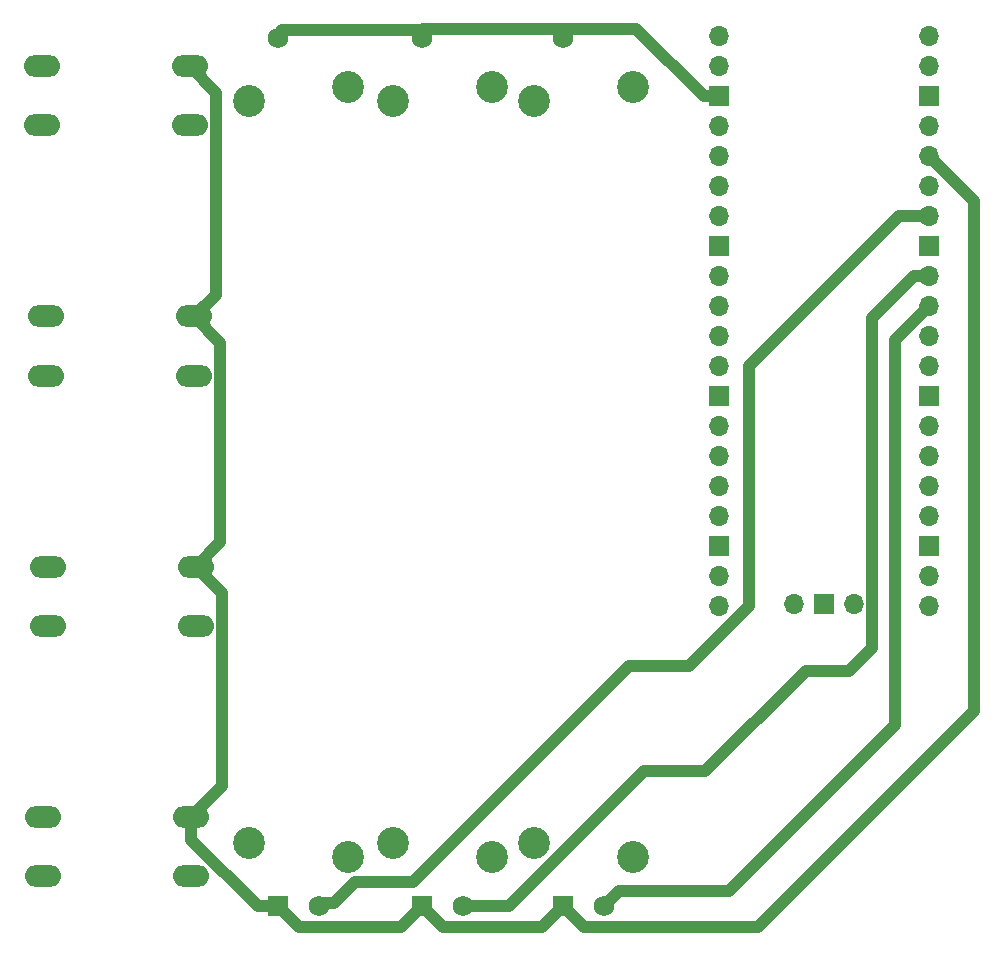
<source format=gbl>
%TF.GenerationSoftware,KiCad,Pcbnew,(6.0.0)*%
%TF.CreationDate,2023-01-12T10:54:33-06:00*%
%TF.ProjectId,deej,6465656a-2e6b-4696-9361-645f70636258,rev?*%
%TF.SameCoordinates,Original*%
%TF.FileFunction,Copper,L2,Bot*%
%TF.FilePolarity,Positive*%
%FSLAX46Y46*%
G04 Gerber Fmt 4.6, Leading zero omitted, Abs format (unit mm)*
G04 Created by KiCad (PCBNEW (6.0.0)) date 2023-01-12 10:54:33*
%MOMM*%
%LPD*%
G01*
G04 APERTURE LIST*
%TA.AperFunction,ComponentPad*%
%ADD10O,3.048000X1.850000*%
%TD*%
%TA.AperFunction,ComponentPad*%
%ADD11R,1.750000X1.750000*%
%TD*%
%TA.AperFunction,ComponentPad*%
%ADD12C,1.750000*%
%TD*%
%TA.AperFunction,ComponentPad*%
%ADD13C,2.700000*%
%TD*%
%TA.AperFunction,ComponentPad*%
%ADD14O,1.700000X1.700000*%
%TD*%
%TA.AperFunction,ComponentPad*%
%ADD15R,1.700000X1.700000*%
%TD*%
%TA.AperFunction,Conductor*%
%ADD16C,1.000000*%
%TD*%
G04 APERTURE END LIST*
D10*
%TO.P,SW2,1,1*%
%TO.N,Net-(RV1-Pad1)*%
X101637000Y-63090000D03*
X89137000Y-63090000D03*
%TO.P,SW2,2,2*%
%TO.N,Net-(SW2-Pad2)*%
X89137000Y-68090000D03*
X101637000Y-68090000D03*
%TD*%
%TO.P,SW4,1,1*%
%TO.N,Net-(RV1-Pad1)*%
X101383000Y-105450000D03*
X88883000Y-105450000D03*
%TO.P,SW4,2,2*%
%TO.N,Net-(SW4-Pad2)*%
X101383000Y-110450000D03*
X88883000Y-110450000D03*
%TD*%
D11*
%TO.P,RV1,1,1*%
%TO.N,Net-(RV1-Pad1)*%
X132870000Y-113030000D03*
D12*
%TO.P,RV1,2,2*%
%TO.N,Net-(RV1-Pad2)*%
X136370000Y-113030000D03*
%TO.P,RV1,3,3*%
%TO.N,Net-(RV1-Pad3)*%
X132870000Y-39530000D03*
D13*
%TO.P,RV1,MP*%
%TO.N,N/C*%
X138820000Y-43680000D03*
X130420000Y-44880000D03*
X130420000Y-107680000D03*
X138820000Y-108880000D03*
%TD*%
D10*
%TO.P,SW1,1,1*%
%TO.N,Net-(RV1-Pad1)*%
X88756000Y-41910000D03*
X101256000Y-41910000D03*
%TO.P,SW1,2,2*%
%TO.N,Net-(SW1-Pad2)*%
X88756000Y-46910000D03*
X101256000Y-46910000D03*
%TD*%
D14*
%TO.P,U1,1,GPIO0*%
%TO.N,Net-(SW1-Pad2)*%
X146050000Y-39370000D03*
%TO.P,U1,2,GPIO1*%
%TO.N,Net-(SW2-Pad2)*%
X146050000Y-41910000D03*
D15*
%TO.P,U1,3,GND*%
%TO.N,Net-(RV1-Pad3)*%
X146050000Y-44450000D03*
D14*
%TO.P,U1,4,GPIO2*%
%TO.N,Net-(SW3-Pad2)*%
X146050000Y-46990000D03*
%TO.P,U1,5,GPIO3*%
%TO.N,Net-(SW4-Pad2)*%
X146050000Y-49530000D03*
%TO.P,U1,6,GPIO4*%
%TO.N,unconnected-(U1-Pad6)*%
X146050000Y-52070000D03*
%TO.P,U1,7,GPIO5*%
%TO.N,unconnected-(U1-Pad7)*%
X146050000Y-54610000D03*
D15*
%TO.P,U1,8,GND*%
%TO.N,unconnected-(U1-Pad8)*%
X146050000Y-57150000D03*
D14*
%TO.P,U1,9,GPIO6*%
%TO.N,unconnected-(U1-Pad9)*%
X146050000Y-59690000D03*
%TO.P,U1,10,GPIO7*%
%TO.N,unconnected-(U1-Pad10)*%
X146050000Y-62230000D03*
%TO.P,U1,11,GPIO8*%
%TO.N,unconnected-(U1-Pad11)*%
X146050000Y-64770000D03*
%TO.P,U1,12,GPIO9*%
%TO.N,unconnected-(U1-Pad12)*%
X146050000Y-67310000D03*
D15*
%TO.P,U1,13,GND*%
%TO.N,unconnected-(U1-Pad13)*%
X146050000Y-69850000D03*
D14*
%TO.P,U1,14,GPIO10*%
%TO.N,unconnected-(U1-Pad14)*%
X146050000Y-72390000D03*
%TO.P,U1,15,GPIO11*%
%TO.N,unconnected-(U1-Pad15)*%
X146050000Y-74930000D03*
%TO.P,U1,16,GPIO12*%
%TO.N,unconnected-(U1-Pad16)*%
X146050000Y-77470000D03*
%TO.P,U1,17,GPIO13*%
%TO.N,unconnected-(U1-Pad17)*%
X146050000Y-80010000D03*
D15*
%TO.P,U1,18,GND*%
%TO.N,unconnected-(U1-Pad18)*%
X146050000Y-82550000D03*
D14*
%TO.P,U1,19,GPIO14*%
%TO.N,unconnected-(U1-Pad19)*%
X146050000Y-85090000D03*
%TO.P,U1,20,GPIO15*%
%TO.N,unconnected-(U1-Pad20)*%
X146050000Y-87630000D03*
%TO.P,U1,21,GPIO16*%
%TO.N,unconnected-(U1-Pad21)*%
X163830000Y-87630000D03*
%TO.P,U1,22,GPIO17*%
%TO.N,unconnected-(U1-Pad22)*%
X163830000Y-85090000D03*
D15*
%TO.P,U1,23,GND*%
%TO.N,unconnected-(U1-Pad23)*%
X163830000Y-82550000D03*
D14*
%TO.P,U1,24,GPIO18*%
%TO.N,unconnected-(U1-Pad24)*%
X163830000Y-80010000D03*
%TO.P,U1,25,GPIO19*%
%TO.N,unconnected-(U1-Pad25)*%
X163830000Y-77470000D03*
%TO.P,U1,26,GPIO20*%
%TO.N,unconnected-(U1-Pad26)*%
X163830000Y-74930000D03*
%TO.P,U1,27,GPIO21*%
%TO.N,unconnected-(U1-Pad27)*%
X163830000Y-72390000D03*
D15*
%TO.P,U1,28,GND*%
%TO.N,unconnected-(U1-Pad28)*%
X163830000Y-69850000D03*
D14*
%TO.P,U1,29,GPIO22*%
%TO.N,unconnected-(U1-Pad29)*%
X163830000Y-67310000D03*
%TO.P,U1,30,RUN*%
%TO.N,unconnected-(U1-Pad30)*%
X163830000Y-64770000D03*
%TO.P,U1,31,GPIO26_ADC0*%
%TO.N,Net-(RV1-Pad2)*%
X163830000Y-62230000D03*
%TO.P,U1,32,GPIO27_ADC1*%
%TO.N,Net-(U1-Pad32)*%
X163830000Y-59690000D03*
D15*
%TO.P,U1,33,AGND*%
%TO.N,unconnected-(U1-Pad33)*%
X163830000Y-57150000D03*
D14*
%TO.P,U1,34,GPIO28_ADC2*%
%TO.N,Net-(U1-Pad34)*%
X163830000Y-54610000D03*
%TO.P,U1,35,ADC_VREF*%
%TO.N,unconnected-(U1-Pad35)*%
X163830000Y-52070000D03*
%TO.P,U1,36,3V3*%
%TO.N,Net-(RV1-Pad1)*%
X163830000Y-49530000D03*
%TO.P,U1,37,3V3_EN*%
%TO.N,unconnected-(U1-Pad37)*%
X163830000Y-46990000D03*
D15*
%TO.P,U1,38,GND*%
%TO.N,unconnected-(U1-Pad38)*%
X163830000Y-44450000D03*
D14*
%TO.P,U1,39,VSYS*%
%TO.N,unconnected-(U1-Pad39)*%
X163830000Y-41910000D03*
%TO.P,U1,40,VBUS*%
%TO.N,unconnected-(U1-Pad40)*%
X163830000Y-39370000D03*
%TO.P,U1,41,SWCLK*%
%TO.N,unconnected-(U1-Pad41)*%
X152400000Y-87400000D03*
D15*
%TO.P,U1,42,GND*%
%TO.N,unconnected-(U1-Pad42)*%
X154940000Y-87400000D03*
D14*
%TO.P,U1,43,SWDIO*%
%TO.N,unconnected-(U1-Pad43)*%
X157480000Y-87400000D03*
%TD*%
D10*
%TO.P,SW3,1,1*%
%TO.N,Net-(RV1-Pad1)*%
X101764000Y-84270000D03*
X89264000Y-84270000D03*
%TO.P,SW3,2,2*%
%TO.N,Net-(SW3-Pad2)*%
X101764000Y-89270000D03*
X89264000Y-89270000D03*
%TD*%
D11*
%TO.P,RV3,1,1*%
%TO.N,Net-(RV1-Pad1)*%
X120932000Y-113030000D03*
D12*
%TO.P,RV3,2,2*%
%TO.N,Net-(U1-Pad32)*%
X124432000Y-113030000D03*
%TO.P,RV3,3,3*%
%TO.N,Net-(RV1-Pad3)*%
X120932000Y-39530000D03*
D13*
%TO.P,RV3,MP*%
%TO.N,N/C*%
X126882000Y-43680000D03*
X126882000Y-108880000D03*
X118482000Y-44880000D03*
X118482000Y-107680000D03*
%TD*%
D11*
%TO.P,RV2,1,1*%
%TO.N,Net-(RV1-Pad1)*%
X108740000Y-113030000D03*
D12*
%TO.P,RV2,2,2*%
%TO.N,Net-(U1-Pad34)*%
X112240000Y-113030000D03*
%TO.P,RV2,3,3*%
%TO.N,Net-(RV1-Pad3)*%
X108740000Y-39530000D03*
D13*
%TO.P,RV2,MP*%
%TO.N,N/C*%
X114690000Y-43680000D03*
X106290000Y-107680000D03*
X114690000Y-108880000D03*
X106290000Y-44880000D03*
%TD*%
D16*
%TO.N,Net-(RV1-Pad2)*%
X161010489Y-65049511D02*
X163830000Y-62230000D01*
X161010489Y-97688511D02*
X161010489Y-65049511D01*
X137640000Y-111760000D02*
X146939000Y-111760000D01*
X146939000Y-111760000D02*
X161010489Y-97688511D01*
X136370000Y-113030000D02*
X137640000Y-111760000D01*
%TO.N,Net-(U1-Pad32)*%
X128270000Y-113030000D02*
X124432000Y-113030000D01*
X144907000Y-101600000D02*
X139700000Y-101600000D01*
X157099000Y-93091000D02*
X153416000Y-93091000D01*
X159029511Y-91160489D02*
X157099000Y-93091000D01*
X159029511Y-63220489D02*
X159029511Y-91160489D01*
X153416000Y-93091000D02*
X144907000Y-101600000D01*
X163830000Y-59690000D02*
X162560000Y-59690000D01*
X139700000Y-101600000D02*
X128270000Y-113030000D01*
X162560000Y-59690000D02*
X159029511Y-63220489D01*
%TO.N,Net-(RV1-Pad1)*%
X119126000Y-114808000D02*
X110518000Y-114808000D01*
X103860520Y-65313520D02*
X101637000Y-63090000D01*
X131092000Y-114808000D02*
X122710000Y-114808000D01*
X149352000Y-114808000D02*
X134648000Y-114808000D01*
X103987520Y-102845480D02*
X103987520Y-86493520D01*
X167640000Y-96520000D02*
X149352000Y-114808000D01*
X110518000Y-114808000D02*
X108740000Y-113030000D01*
X103479520Y-61247480D02*
X103479520Y-44133520D01*
X122710000Y-114808000D02*
X120932000Y-113030000D01*
X103479520Y-44133520D02*
X101256000Y-41910000D01*
X134648000Y-114808000D02*
X132870000Y-113030000D01*
X167640000Y-53340000D02*
X167640000Y-96520000D01*
X101383000Y-105450000D02*
X103987520Y-102845480D01*
X101764000Y-84270000D02*
X103860520Y-82173480D01*
X101383000Y-107375000D02*
X107038000Y-113030000D01*
X101637000Y-63090000D02*
X103479520Y-61247480D01*
X120904000Y-113030000D02*
X119126000Y-114808000D01*
X163830000Y-49530000D02*
X167640000Y-53340000D01*
X103987520Y-86493520D02*
X101764000Y-84270000D01*
X132870000Y-113030000D02*
X131092000Y-114808000D01*
X107038000Y-113030000D02*
X108740000Y-113030000D01*
X103860520Y-82173480D02*
X103860520Y-65313520D01*
X120932000Y-113030000D02*
X120904000Y-113030000D01*
X101383000Y-105450000D02*
X101383000Y-107375000D01*
%TO.N,Net-(RV1-Pad3)*%
X108740000Y-39220000D02*
X109121000Y-38839000D01*
X139042000Y-38712000D02*
X144780000Y-44450000D01*
X109121000Y-38839000D02*
X120932000Y-38839000D01*
X144780000Y-44450000D02*
X146050000Y-44450000D01*
X121059000Y-38712000D02*
X139042000Y-38712000D01*
X120932000Y-38839000D02*
X121059000Y-38712000D01*
%TO.N,Net-(U1-Pad34)*%
X143510000Y-92710000D02*
X148590000Y-87630000D01*
X113477436Y-112720000D02*
X115267925Y-110929511D01*
X112240000Y-112720000D02*
X113477436Y-112720000D01*
X148590000Y-67310000D02*
X161290000Y-54610000D01*
X115267925Y-110929511D02*
X120210489Y-110929511D01*
X120210489Y-110929511D02*
X138430000Y-92710000D01*
X161290000Y-54610000D02*
X163830000Y-54610000D01*
X148590000Y-87630000D02*
X148590000Y-67310000D01*
X138430000Y-92710000D02*
X143510000Y-92710000D01*
%TD*%
M02*

</source>
